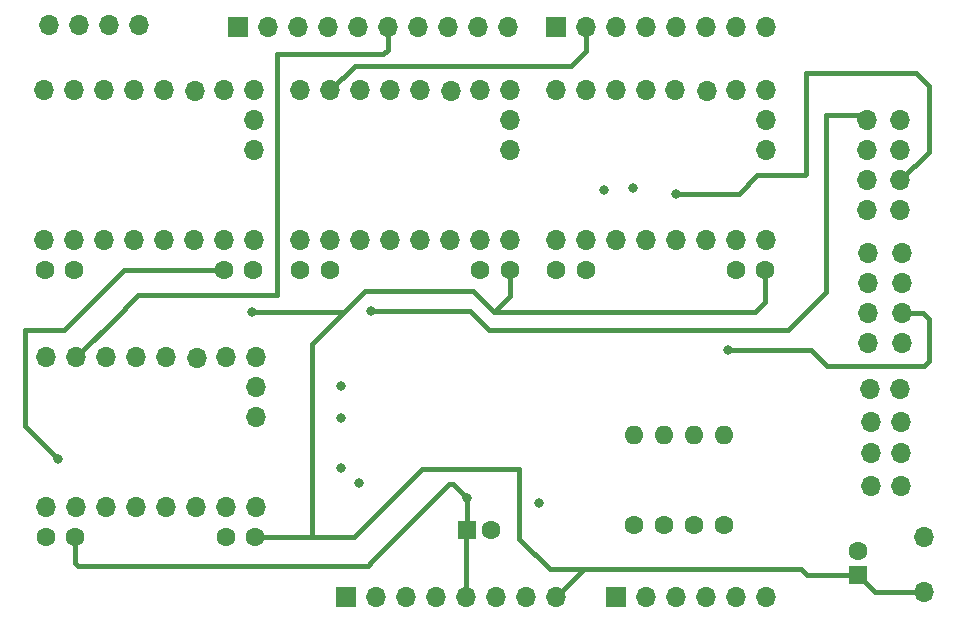
<source format=gbr>
%TF.GenerationSoftware,KiCad,Pcbnew,(6.0.6)*%
%TF.CreationDate,2022-07-08T17:20:42+08:00*%
%TF.ProjectId,Stepper,53746570-7065-4722-9e6b-696361645f70,rev?*%
%TF.SameCoordinates,Original*%
%TF.FileFunction,Copper,L1,Top*%
%TF.FilePolarity,Positive*%
%FSLAX46Y46*%
G04 Gerber Fmt 4.6, Leading zero omitted, Abs format (unit mm)*
G04 Created by KiCad (PCBNEW (6.0.6)) date 2022-07-08 17:20:42*
%MOMM*%
%LPD*%
G01*
G04 APERTURE LIST*
%TA.AperFunction,ComponentPad*%
%ADD10R,1.700000X1.700000*%
%TD*%
%TA.AperFunction,ComponentPad*%
%ADD11O,1.700000X1.700000*%
%TD*%
%TA.AperFunction,ComponentPad*%
%ADD12C,1.600000*%
%TD*%
%TA.AperFunction,ComponentPad*%
%ADD13O,1.600000X1.600000*%
%TD*%
%TA.AperFunction,ComponentPad*%
%ADD14R,1.600000X1.600000*%
%TD*%
%TA.AperFunction,ViaPad*%
%ADD15C,0.800000*%
%TD*%
%TA.AperFunction,Conductor*%
%ADD16C,0.400000*%
%TD*%
G04 APERTURE END LIST*
D10*
%TO.P,J1,1,Pin_1*%
%TO.N,unconnected-(J1-Pad1)*%
X127940000Y-97460000D03*
D11*
%TO.P,J1,2,Pin_2*%
%TO.N,/IOREF*%
X130480000Y-97460000D03*
%TO.P,J1,3,Pin_3*%
%TO.N,/~{RESET}*%
X133020000Y-97460000D03*
%TO.P,J1,4,Pin_4*%
%TO.N,+3V3*%
X135560000Y-97460000D03*
%TO.P,J1,5,Pin_5*%
%TO.N,+5V*%
X138100000Y-97460000D03*
%TO.P,J1,6,Pin_6*%
%TO.N,GND*%
X140640000Y-97460000D03*
%TO.P,J1,7,Pin_7*%
X143180000Y-97460000D03*
%TO.P,J1,8,Pin_8*%
%TO.N,VCC*%
X145720000Y-97460000D03*
%TD*%
D10*
%TO.P,J3,1,Pin_1*%
%TO.N,/A0*%
X150800000Y-97460000D03*
D11*
%TO.P,J3,2,Pin_2*%
%TO.N,/A1*%
X153340000Y-97460000D03*
%TO.P,J3,3,Pin_3*%
%TO.N,/A2*%
X155880000Y-97460000D03*
%TO.P,J3,4,Pin_4*%
%TO.N,/A3*%
X158420000Y-97460000D03*
%TO.P,J3,5,Pin_5*%
%TO.N,/SDA{slash}A4*%
X160960000Y-97460000D03*
%TO.P,J3,6,Pin_6*%
%TO.N,/SCL{slash}A5*%
X163500000Y-97460000D03*
%TD*%
D10*
%TO.P,J2,1,Pin_1*%
%TO.N,/SCL{slash}A5*%
X118796000Y-49200000D03*
D11*
%TO.P,J2,2,Pin_2*%
%TO.N,/SDA{slash}A4*%
X121336000Y-49200000D03*
%TO.P,J2,3,Pin_3*%
%TO.N,/AREF*%
X123876000Y-49200000D03*
%TO.P,J2,4,Pin_4*%
%TO.N,GND*%
X126416000Y-49200000D03*
%TO.P,J2,5,Pin_5*%
%TO.N,/13*%
X128956000Y-49200000D03*
%TO.P,J2,6,Pin_6*%
%TO.N,/12*%
X131496000Y-49200000D03*
%TO.P,J2,7,Pin_7*%
%TO.N,/\u002A11*%
X134036000Y-49200000D03*
%TO.P,J2,8,Pin_8*%
%TO.N,/\u002A10*%
X136576000Y-49200000D03*
%TO.P,J2,9,Pin_9*%
%TO.N,/\u002A9*%
X139116000Y-49200000D03*
%TO.P,J2,10,Pin_10*%
%TO.N,/8*%
X141656000Y-49200000D03*
%TD*%
D10*
%TO.P,J4,1,Pin_1*%
%TO.N,/7*%
X145720000Y-49200000D03*
D11*
%TO.P,J4,2,Pin_2*%
%TO.N,/\u002A6*%
X148260000Y-49200000D03*
%TO.P,J4,3,Pin_3*%
%TO.N,/\u002A5*%
X150800000Y-49200000D03*
%TO.P,J4,4,Pin_4*%
%TO.N,/4*%
X153340000Y-49200000D03*
%TO.P,J4,5,Pin_5*%
%TO.N,/\u002A3*%
X155880000Y-49200000D03*
%TO.P,J4,6,Pin_6*%
%TO.N,/2*%
X158420000Y-49200000D03*
%TO.P,J4,7,Pin_7*%
%TO.N,/TX{slash}1*%
X160960000Y-49200000D03*
%TO.P,J4,8,Pin_8*%
%TO.N,/RX{slash}0*%
X163500000Y-49200000D03*
%TD*%
%TO.P,,D1,Pin_4*%
%TO.N,N/C*%
X120200000Y-57040000D03*
%TD*%
%TO.P,,D1,Pin_4*%
%TO.N,N/C*%
X134270000Y-67260000D03*
%TD*%
%TO.P,,D1,Pin_4*%
%TO.N,N/C*%
X174900000Y-79860000D03*
%TD*%
%TO.P,,D1,Pin_4*%
%TO.N,N/C*%
X134225799Y-54555827D03*
%TD*%
%TO.P,,D1,Pin_4*%
%TO.N,N/C*%
X131730000Y-67260000D03*
%TD*%
%TO.P,,D1,Pin_4*%
%TO.N,N/C*%
X104960000Y-67200000D03*
%TD*%
%TO.P,,D1,Pin_4*%
%TO.N,N/C*%
X172360000Y-79860000D03*
%TD*%
%TO.P,,D1,Pin_4*%
%TO.N,N/C*%
X117824201Y-77144173D03*
%TD*%
%TO.P,,D1,Pin_4*%
%TO.N,N/C*%
X112700000Y-77140000D03*
%TD*%
%TO.P,,D1,Pin_4*%
%TO.N,N/C*%
X158491710Y-54571710D03*
%TD*%
D12*
%TO.P,REF\u002A\u002A,1*%
%TO.N,N/C*%
X139350000Y-69800000D03*
%TO.P,REF\u002A\u002A,2*%
X141850000Y-69800000D03*
%TD*%
D11*
%TO.P,,D1,Pin_4*%
%TO.N,N/C*%
X117660000Y-67200000D03*
%TD*%
%TO.P,,D1,Pin_4*%
%TO.N,N/C*%
X148260000Y-54500000D03*
%TD*%
%TO.P,,D1,Pin_4*%
%TO.N,N/C*%
X175000000Y-75960000D03*
%TD*%
%TO.P,,D1,Pin_4*%
%TO.N,N/C*%
X148260000Y-67200000D03*
%TD*%
%TO.P,,D1,Pin_4*%
%TO.N,N/C*%
X172100000Y-59640000D03*
%TD*%
%TO.P,,D1,Pin_4*%
%TO.N,N/C*%
X105124201Y-77144173D03*
%TD*%
%TO.P,,D1,Pin_4*%
%TO.N,N/C*%
X120364201Y-82224173D03*
%TD*%
%TO.P,,D1,Pin_4*%
%TO.N,N/C*%
X139350000Y-67260000D03*
%TD*%
%TO.P,,D1,Pin_4*%
%TO.N,N/C*%
X120200000Y-54500000D03*
%TD*%
%TO.P,,D1,Pin_4*%
%TO.N,N/C*%
X150800000Y-67200000D03*
%TD*%
%TO.P,,D1,Pin_4*%
%TO.N,N/C*%
X172100000Y-57100000D03*
%TD*%
%TO.P,,D1,Pin_4*%
%TO.N,N/C*%
X175000000Y-70880000D03*
%TD*%
%TO.P,,D1,Pin_4*%
%TO.N,N/C*%
X145720000Y-67200000D03*
%TD*%
%TO.P,,D1,Pin_4*%
%TO.N,N/C*%
X163500000Y-67200000D03*
%TD*%
%TO.P,,D1,Pin_4*%
%TO.N,N/C*%
X175000000Y-73420000D03*
%TD*%
%TO.P,,D1,Pin_4*%
%TO.N,N/C*%
X150800000Y-54500000D03*
%TD*%
%TO.P,,D1,Pin_4*%
%TO.N,N/C*%
X163500000Y-59580000D03*
%TD*%
%TO.P,,D1,Pin_4*%
%TO.N,N/C*%
X124110000Y-54560000D03*
%TD*%
%TO.P,,D1,Pin_4*%
%TO.N,N/C*%
X120200000Y-59580000D03*
%TD*%
D12*
%TO.P,REF\u002A\u002A,1*%
%TO.N,N/C*%
X160960000Y-69740000D03*
%TO.P,REF\u002A\u002A,2*%
X163460000Y-69740000D03*
%TD*%
%TO.P,REF\u002A\u002A,1*%
%TO.N,N/C*%
X160000000Y-91310000D03*
D13*
%TO.P,REF\u002A\u002A,2*%
X160000000Y-83690000D03*
%TD*%
D11*
%TO.P,,D1,Pin_4*%
%TO.N,N/C*%
X126650000Y-67260000D03*
%TD*%
%TO.P,,D1,Pin_4*%
%TO.N,N/C*%
X115355911Y-77215883D03*
%TD*%
%TO.P,,D1,Pin_4*%
%TO.N,N/C*%
X110040000Y-54500000D03*
%TD*%
%TO.P,,D1,Pin_4*%
%TO.N,N/C*%
X115191710Y-54571710D03*
%TD*%
%TO.P,,D1,Pin_4*%
%TO.N,N/C*%
X141890000Y-67260000D03*
%TD*%
%TO.P,,D1,Pin_4*%
%TO.N,N/C*%
X102584201Y-77144173D03*
%TD*%
%TO.P,,D1,Pin_4*%
%TO.N,N/C*%
X172380000Y-88060000D03*
%TD*%
%TO.P,,D1,Pin_4*%
%TO.N,N/C*%
X172380000Y-85260000D03*
%TD*%
%TO.P,,D1,Pin_4*%
%TO.N,N/C*%
X174900000Y-59640000D03*
%TD*%
%TO.P,,D1,Pin_4*%
%TO.N,N/C*%
X107860000Y-49000000D03*
%TD*%
%TO.P,,D1,Pin_4*%
%TO.N,N/C*%
X172100000Y-62180000D03*
%TD*%
%TO.P,,D1,Pin_4*%
%TO.N,N/C*%
X129190000Y-67260000D03*
%TD*%
%TO.P,,D1,Pin_4*%
%TO.N,N/C*%
X102584201Y-89844173D03*
%TD*%
%TO.P,,D1,Pin_4*%
%TO.N,N/C*%
X160960000Y-67200000D03*
%TD*%
%TO.P,,D1,Pin_4*%
%TO.N,N/C*%
X131730000Y-54560000D03*
%TD*%
D12*
%TO.P,R 10 K,1*%
%TO.N,N/C*%
X152380000Y-91310000D03*
D13*
%TO.P,R 10 K,2*%
X152380000Y-83690000D03*
%TD*%
D11*
%TO.P,,D1,Pin_4*%
%TO.N,N/C*%
X105124201Y-89844173D03*
%TD*%
%TO.P,,D1,Pin_4*%
%TO.N,N/C*%
X172200000Y-70900000D03*
%TD*%
%TO.P,,D1,Pin_4*%
%TO.N,N/C*%
X153340000Y-67200000D03*
%TD*%
%TO.P,,D1,Pin_4*%
%TO.N,N/C*%
X141890000Y-54560000D03*
%TD*%
%TO.P,,D1,Pin_4*%
%TO.N,N/C*%
X120200000Y-67200000D03*
%TD*%
%TO.P,,D1,Pin_4*%
%TO.N,N/C*%
X117824201Y-89844173D03*
%TD*%
D14*
%TO.P,REF\u002A\u002A,1*%
%TO.N,N/C*%
X138244888Y-91800000D03*
D12*
%TO.P,REF\u002A\u002A,2*%
X140244888Y-91800000D03*
%TD*%
D11*
%TO.P,,D1,Pin_4*%
%TO.N,N/C*%
X104960000Y-54500000D03*
%TD*%
D12*
%TO.P,REF\u002A\u002A,1*%
%TO.N,N/C*%
X154920000Y-91310000D03*
D13*
%TO.P,REF\u002A\u002A,2*%
X154920000Y-83690000D03*
%TD*%
D11*
%TO.P,,D1,Pin_4*%
%TO.N,N/C*%
X174920000Y-85260000D03*
%TD*%
%TO.P,,D1,Pin_4*%
%TO.N,N/C*%
X102420000Y-54500000D03*
%TD*%
%TO.P,,D1,Pin_4*%
%TO.N,N/C*%
X163500000Y-57040000D03*
%TD*%
%TO.P,,D1,Pin_4*%
%TO.N,N/C*%
X172200000Y-68360000D03*
%TD*%
%TO.P,,D1,Pin_4*%
%TO.N,N/C*%
X174900000Y-64720000D03*
%TD*%
%TO.P,,D1,Pin_4*%
%TO.N,N/C*%
X136881710Y-54631710D03*
%TD*%
%TO.P,,D1,Pin_4*%
%TO.N,N/C*%
X155880000Y-67200000D03*
%TD*%
%TO.P,,D1,Pin_4*%
%TO.N,N/C*%
X174920000Y-88060000D03*
%TD*%
%TO.P,,D1,Pin_4*%
%TO.N,N/C*%
X141890000Y-59640000D03*
%TD*%
D12*
%TO.P,REF\u002A\u002A,1*%
%TO.N,N/C*%
X157460000Y-91310000D03*
D13*
%TO.P,REF\u002A\u002A,2*%
X157460000Y-83690000D03*
%TD*%
D11*
%TO.P,,D1,Pin_4*%
%TO.N,N/C*%
X110040000Y-67200000D03*
%TD*%
%TO.P,,D1,Pin_4*%
%TO.N,N/C*%
X136810000Y-67260000D03*
%TD*%
%TO.P,,D1,Pin_4*%
%TO.N,N/C*%
X172200000Y-73440000D03*
%TD*%
%TO.P,,D1,Pin_4*%
%TO.N,N/C*%
X174900000Y-57100000D03*
%TD*%
%TO.P,,D1,Pin_4*%
%TO.N,N/C*%
X160960000Y-54500000D03*
%TD*%
%TO.P,,D1,Pin_4*%
%TO.N,N/C*%
X115120000Y-67200000D03*
%TD*%
%TO.P,,D1,Pin_4*%
%TO.N,N/C*%
X124110000Y-67260000D03*
%TD*%
%TO.P,,D1,Pin_4*%
%TO.N,N/C*%
X120364201Y-89844173D03*
%TD*%
%TO.P,,D1,Pin_4*%
%TO.N,N/C*%
X107664201Y-89844173D03*
%TD*%
%TO.P,,D1,Pin_4*%
%TO.N,N/C*%
X129190000Y-54560000D03*
%TD*%
%TO.P,,D1,Pin_4*%
%TO.N,N/C*%
X117660000Y-54500000D03*
%TD*%
%TO.P,,D1,Pin_4*%
%TO.N,N/C*%
X155835799Y-54495827D03*
%TD*%
%TO.P,,D1,Pin_4*%
%TO.N,N/C*%
X163500000Y-54500000D03*
%TD*%
%TO.P,,D1,Pin_4*%
%TO.N,N/C*%
X174900000Y-62180000D03*
%TD*%
D12*
%TO.P,REF\u002A\u002A,1*%
%TO.N,N/C*%
X145760000Y-69740000D03*
%TO.P,REF\u002A\u002A,2*%
X148260000Y-69740000D03*
%TD*%
D11*
%TO.P,,D1,Pin_4*%
%TO.N,GND*%
X176900000Y-92400000D03*
%TD*%
%TO.P,,D1,Pin_4*%
%TO.N,N/C*%
X115284201Y-89844173D03*
%TD*%
%TO.P,,D1,Pin_4*%
%TO.N,N/C*%
X126650000Y-54560000D03*
%TD*%
D14*
%TO.P,C,1*%
%TO.N,N/C*%
X171300000Y-95555113D03*
D12*
%TO.P,C,2*%
X171300000Y-93555113D03*
%TD*%
D11*
%TO.P,,D1,Pin_4*%
%TO.N,N/C*%
X112580000Y-67200000D03*
%TD*%
%TO.P,,D1,Pin_4*%
%TO.N,N/C*%
X174920000Y-82660000D03*
%TD*%
D12*
%TO.P,REF\u002A\u002A,1*%
%TO.N,N/C*%
X124110000Y-69800000D03*
%TO.P,REF\u002A\u002A,2*%
X126610000Y-69800000D03*
%TD*%
D11*
%TO.P,,D1,Pin_4*%
%TO.N,N/C*%
X107500000Y-54500000D03*
%TD*%
%TO.P,,D1,Pin_4*%
%TO.N,N/C*%
X110204201Y-77144173D03*
%TD*%
%TO.P,,D1,Pin_4*%
%TO.N,N/C*%
X153340000Y-54500000D03*
%TD*%
%TO.P,,D1,Pin_4*%
%TO.N,VCC*%
X176900000Y-97000000D03*
%TD*%
%TO.P,,D1,Pin_4*%
%TO.N,N/C*%
X102420000Y-67200000D03*
%TD*%
%TO.P,,D1,Pin_4*%
%TO.N,N/C*%
X110204201Y-89844173D03*
%TD*%
D12*
%TO.P,REF\u002A\u002A,1*%
%TO.N,N/C*%
X102540000Y-92380000D03*
%TO.P,REF\u002A\u002A,2*%
X105040000Y-92380000D03*
%TD*%
D11*
%TO.P,,D1,Pin_4*%
%TO.N,N/C*%
X172200000Y-75980000D03*
%TD*%
%TO.P,,D1,Pin_4*%
%TO.N,N/C*%
X112744201Y-89844173D03*
%TD*%
%TO.P,,D1,Pin_4*%
%TO.N,N/C*%
X107500000Y-67200000D03*
%TD*%
%TO.P,,D1,Pin_4*%
%TO.N,N/C*%
X141890000Y-57100000D03*
%TD*%
%TO.P,,D1,Pin_4*%
%TO.N,N/C*%
X172100000Y-64720000D03*
%TD*%
%TO.P,,D1,Pin_4*%
%TO.N,N/C*%
X145720000Y-54500000D03*
%TD*%
%TO.P,,D1,Pin_4*%
%TO.N,N/C*%
X120364201Y-79684173D03*
%TD*%
%TO.P,,D1,Pin_4*%
%TO.N,N/C*%
X158420000Y-67200000D03*
%TD*%
D12*
%TO.P,REF\u002A\u002A,1*%
%TO.N,N/C*%
X117780000Y-92380000D03*
%TO.P,REF\u002A\u002A,2*%
X120280000Y-92380000D03*
%TD*%
%TO.P,REF\u002A\u002A,1*%
%TO.N,N/C*%
X102446709Y-69771710D03*
%TO.P,REF\u002A\u002A,2*%
X104946709Y-69771710D03*
%TD*%
D11*
%TO.P,,D1,Pin_4*%
%TO.N,N/C*%
X110400000Y-49000000D03*
%TD*%
%TO.P,,D1,Pin_4*%
%TO.N,N/C*%
X112535799Y-54495827D03*
%TD*%
%TO.P,,D1,Pin_4*%
%TO.N,N/C*%
X175000000Y-68340000D03*
%TD*%
%TO.P,,D1,Pin_4*%
%TO.N,N/C*%
X102780000Y-49000000D03*
%TD*%
%TO.P,,D1,Pin_4*%
%TO.N,N/C*%
X120364201Y-77144173D03*
%TD*%
%TO.P,,D1,Pin_4*%
%TO.N,N/C*%
X105320000Y-49000000D03*
%TD*%
%TO.P,,D1,Pin_4*%
%TO.N,N/C*%
X172380000Y-82660000D03*
%TD*%
%TO.P,,D1,Pin_4*%
%TO.N,N/C*%
X139350000Y-54560000D03*
%TD*%
%TO.P,,D1,Pin_4*%
%TO.N,N/C*%
X107664201Y-77144173D03*
%TD*%
D12*
%TO.P,REF\u002A\u002A,1*%
%TO.N,N/C*%
X117615799Y-69740000D03*
%TO.P,REF\u002A\u002A,2*%
X120115799Y-69740000D03*
%TD*%
D15*
%TO.N,*%
X144300000Y-89500000D03*
X127500000Y-86500000D03*
X152300000Y-62800000D03*
X129100000Y-87800000D03*
X160300000Y-76500000D03*
X120000000Y-73300000D03*
X155900000Y-63300000D03*
X130100000Y-73200000D03*
X149800000Y-63000000D03*
X127500000Y-79600000D03*
X127500000Y-82300000D03*
%TO.N,GND*%
X103600000Y-85800000D03*
%TO.N,+5V*%
X138200000Y-89100000D03*
%TD*%
D16*
%TO.N,*%
X166800000Y-61700000D02*
X166900000Y-61600000D01*
X166900000Y-53100000D02*
X176200000Y-53100000D01*
X161200000Y-63300000D02*
X162800000Y-61700000D01*
X168600000Y-71600000D02*
X168600000Y-56600000D01*
X177300000Y-73900000D02*
X176820000Y-73420000D01*
X138500000Y-73200000D02*
X140100000Y-74800000D01*
X155900000Y-63300000D02*
X161200000Y-63300000D01*
X176200000Y-53100000D02*
X177300000Y-54200000D01*
X168700000Y-77900000D02*
X176900000Y-77900000D01*
X167300000Y-76500000D02*
X168700000Y-77900000D01*
X165400000Y-74800000D02*
X168600000Y-71600000D01*
X160300000Y-76500000D02*
X167300000Y-76500000D01*
X171600000Y-56600000D02*
X172100000Y-57100000D01*
X130100000Y-73200000D02*
X138500000Y-73200000D01*
X168600000Y-56600000D02*
X171600000Y-56600000D01*
X162800000Y-61700000D02*
X166800000Y-61700000D01*
X176820000Y-73420000D02*
X175000000Y-73420000D01*
X177300000Y-54200000D02*
X177300000Y-59780000D01*
X176900000Y-77900000D02*
X177300000Y-77500000D01*
X177300000Y-77500000D02*
X177300000Y-73900000D01*
X166900000Y-61600000D02*
X166900000Y-53100000D01*
X177300000Y-59780000D02*
X174900000Y-62180000D01*
X140100000Y-74800000D02*
X165400000Y-74800000D01*
%TO.N,GND*%
X100800000Y-83000000D02*
X103600000Y-85800000D01*
X104100000Y-74800000D02*
X100800000Y-74800000D01*
X104500000Y-74400000D02*
X104100000Y-74800000D01*
X109160000Y-69740000D02*
X104500000Y-74400000D01*
X100800000Y-74800000D02*
X100800000Y-83000000D01*
X117615799Y-69740000D02*
X109160000Y-69740000D01*
%TO.N,+5V*%
X130200000Y-94400000D02*
X136700000Y-87900000D01*
X129800000Y-94800000D02*
X130200000Y-94400000D01*
X105040000Y-92380000D02*
X105040000Y-94540000D01*
X105300000Y-94800000D02*
X129800000Y-94800000D01*
X105040000Y-94540000D02*
X105300000Y-94800000D01*
X138100000Y-91944888D02*
X138244888Y-91800000D01*
X138200000Y-89100000D02*
X138244888Y-89144888D01*
X137000000Y-87900000D02*
X138200000Y-89100000D01*
X136700000Y-87900000D02*
X137000000Y-87900000D01*
X138100000Y-97460000D02*
X138100000Y-91944888D01*
X138244888Y-89144888D02*
X138244888Y-91800000D01*
%TO.N,/12*%
X122100000Y-71900000D02*
X122100000Y-51500000D01*
X110368374Y-71900000D02*
X122100000Y-71900000D01*
X122100000Y-51500000D02*
X131100000Y-51500000D01*
X106368374Y-75900000D02*
X108134187Y-74134187D01*
X131496000Y-51104000D02*
X131496000Y-49200000D01*
X131100000Y-51500000D02*
X131496000Y-51104000D01*
X108134187Y-74134187D02*
X105124201Y-77144173D01*
X108134187Y-74134187D02*
X110368374Y-71900000D01*
%TO.N,/\u002A6*%
X126650000Y-54560000D02*
X128710000Y-52500000D01*
X128710000Y-52500000D02*
X147000000Y-52500000D01*
X148260000Y-51240000D02*
X148260000Y-49200000D01*
X147000000Y-52500000D02*
X148260000Y-51240000D01*
%TO.N,VCC*%
X166500000Y-95100000D02*
X148080000Y-95100000D01*
X125080000Y-92380000D02*
X120280000Y-92380000D01*
X140600000Y-73300000D02*
X140500000Y-73300000D01*
X125080000Y-92380000D02*
X125080000Y-76020000D01*
X142600000Y-92500000D02*
X142600000Y-86600000D01*
X163460000Y-72440000D02*
X163460000Y-69740000D01*
X166955113Y-95555113D02*
X166500000Y-95100000D01*
X176900000Y-97000000D02*
X172744887Y-97000000D01*
X148080000Y-95100000D02*
X145720000Y-97460000D01*
X127800000Y-73300000D02*
X129600000Y-71500000D01*
X141850000Y-71950000D02*
X141850000Y-69800000D01*
X129600000Y-71500000D02*
X138700000Y-71500000D01*
X162600000Y-73300000D02*
X163460000Y-72440000D01*
X134400000Y-86600000D02*
X128620000Y-92380000D01*
X128620000Y-92380000D02*
X125080000Y-92380000D01*
X127800000Y-73300000D02*
X120000000Y-73300000D01*
X172744887Y-97000000D02*
X171300000Y-95555113D01*
X148080000Y-95100000D02*
X145200000Y-95100000D01*
X145200000Y-95100000D02*
X142600000Y-92500000D01*
X125080000Y-76020000D02*
X127800000Y-73300000D01*
X140500000Y-73300000D02*
X162600000Y-73300000D01*
X138700000Y-71500000D02*
X140500000Y-73300000D01*
X140500000Y-73300000D02*
X141850000Y-71950000D01*
X171300000Y-95555113D02*
X166955113Y-95555113D01*
X142600000Y-86600000D02*
X134400000Y-86600000D01*
%TD*%
M02*

</source>
